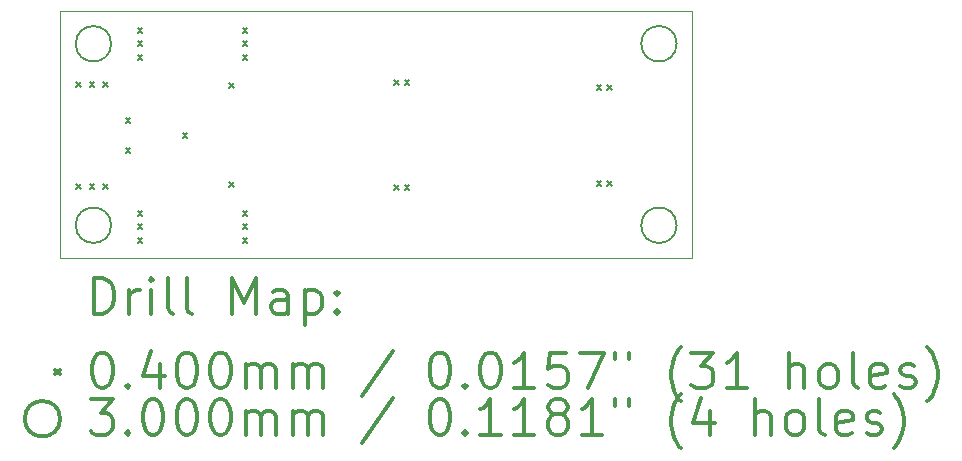
<source format=gbr>
%FSLAX45Y45*%
G04 Gerber Fmt 4.5, Leading zero omitted, Abs format (unit mm)*
G04 Created by KiCad (PCBNEW 5.1.10-88a1d61d58~88~ubuntu18.04.1) date 2021-09-27 18:06:19*
%MOMM*%
%LPD*%
G01*
G04 APERTURE LIST*
%TA.AperFunction,Profile*%
%ADD10C,0.050000*%
%TD*%
%ADD11C,0.200000*%
%ADD12C,0.300000*%
G04 APERTURE END LIST*
D10*
X12674600Y-4838700D02*
X7327900Y-4838700D01*
X12674600Y-6934200D02*
X12674600Y-4838700D01*
X7327900Y-6934200D02*
X12674600Y-6934200D01*
X7327900Y-4838700D02*
X7327900Y-6934200D01*
D11*
X7460300Y-5441000D02*
X7500300Y-5481000D01*
X7500300Y-5441000D02*
X7460300Y-5481000D01*
X7460300Y-6304600D02*
X7500300Y-6344600D01*
X7500300Y-6304600D02*
X7460300Y-6344600D01*
X7574600Y-5441000D02*
X7614600Y-5481000D01*
X7614600Y-5441000D02*
X7574600Y-5481000D01*
X7574600Y-6304600D02*
X7614600Y-6344600D01*
X7614600Y-6304600D02*
X7574600Y-6344600D01*
X7688900Y-5441000D02*
X7728900Y-5481000D01*
X7728900Y-5441000D02*
X7688900Y-5481000D01*
X7688900Y-6304600D02*
X7728900Y-6344600D01*
X7728900Y-6304600D02*
X7688900Y-6344600D01*
X7879400Y-5745800D02*
X7919400Y-5785800D01*
X7919400Y-5745800D02*
X7879400Y-5785800D01*
X7879400Y-5999800D02*
X7919400Y-6039800D01*
X7919400Y-5999800D02*
X7879400Y-6039800D01*
X7981000Y-4983800D02*
X8021000Y-5023800D01*
X8021000Y-4983800D02*
X7981000Y-5023800D01*
X7981000Y-5098100D02*
X8021000Y-5138100D01*
X8021000Y-5098100D02*
X7981000Y-5138100D01*
X7981000Y-5212400D02*
X8021000Y-5252400D01*
X8021000Y-5212400D02*
X7981000Y-5252400D01*
X7981000Y-6533200D02*
X8021000Y-6573200D01*
X8021000Y-6533200D02*
X7981000Y-6573200D01*
X7981000Y-6647500D02*
X8021000Y-6687500D01*
X8021000Y-6647500D02*
X7981000Y-6687500D01*
X7981000Y-6761800D02*
X8021000Y-6801800D01*
X8021000Y-6761800D02*
X7981000Y-6801800D01*
X8362000Y-5872800D02*
X8402000Y-5912800D01*
X8402000Y-5872800D02*
X8362000Y-5912800D01*
X8755700Y-5453700D02*
X8795700Y-5493700D01*
X8795700Y-5453700D02*
X8755700Y-5493700D01*
X8755700Y-6291900D02*
X8795700Y-6331900D01*
X8795700Y-6291900D02*
X8755700Y-6331900D01*
X8870000Y-4983800D02*
X8910000Y-5023800D01*
X8910000Y-4983800D02*
X8870000Y-5023800D01*
X8870000Y-5098100D02*
X8910000Y-5138100D01*
X8910000Y-5098100D02*
X8870000Y-5138100D01*
X8870000Y-5212400D02*
X8910000Y-5252400D01*
X8910000Y-5212400D02*
X8870000Y-5252400D01*
X8870000Y-6533200D02*
X8910000Y-6573200D01*
X8910000Y-6533200D02*
X8870000Y-6573200D01*
X8870000Y-6647500D02*
X8910000Y-6687500D01*
X8910000Y-6647500D02*
X8870000Y-6687500D01*
X8870000Y-6761800D02*
X8910000Y-6801800D01*
X8910000Y-6761800D02*
X8870000Y-6801800D01*
X10152700Y-5428300D02*
X10192700Y-5468300D01*
X10192700Y-5428300D02*
X10152700Y-5468300D01*
X10152700Y-6317300D02*
X10192700Y-6357300D01*
X10192700Y-6317300D02*
X10152700Y-6357300D01*
X10241600Y-5428300D02*
X10281600Y-5468300D01*
X10281600Y-5428300D02*
X10241600Y-5468300D01*
X10241600Y-6317300D02*
X10281600Y-6357300D01*
X10281600Y-6317300D02*
X10241600Y-6357300D01*
X11867200Y-5466400D02*
X11907200Y-5506400D01*
X11907200Y-5466400D02*
X11867200Y-5506400D01*
X11867200Y-6279200D02*
X11907200Y-6319200D01*
X11907200Y-6279200D02*
X11867200Y-6319200D01*
X11956100Y-5466400D02*
X11996100Y-5506400D01*
X11996100Y-5466400D02*
X11956100Y-5506400D01*
X11956100Y-6279200D02*
X11996100Y-6319200D01*
X11996100Y-6279200D02*
X11956100Y-6319200D01*
X7757300Y-5118100D02*
G75*
G03*
X7757300Y-5118100I-150000J0D01*
G01*
X7757300Y-6654800D02*
G75*
G03*
X7757300Y-6654800I-150000J0D01*
G01*
X12545200Y-5118100D02*
G75*
G03*
X12545200Y-5118100I-150000J0D01*
G01*
X12545200Y-6654800D02*
G75*
G03*
X12545200Y-6654800I-150000J0D01*
G01*
D12*
X7611828Y-7402414D02*
X7611828Y-7102414D01*
X7683257Y-7102414D01*
X7726114Y-7116700D01*
X7754686Y-7145271D01*
X7768971Y-7173843D01*
X7783257Y-7230986D01*
X7783257Y-7273843D01*
X7768971Y-7330986D01*
X7754686Y-7359557D01*
X7726114Y-7388129D01*
X7683257Y-7402414D01*
X7611828Y-7402414D01*
X7911828Y-7402414D02*
X7911828Y-7202414D01*
X7911828Y-7259557D02*
X7926114Y-7230986D01*
X7940400Y-7216700D01*
X7968971Y-7202414D01*
X7997543Y-7202414D01*
X8097543Y-7402414D02*
X8097543Y-7202414D01*
X8097543Y-7102414D02*
X8083257Y-7116700D01*
X8097543Y-7130986D01*
X8111828Y-7116700D01*
X8097543Y-7102414D01*
X8097543Y-7130986D01*
X8283257Y-7402414D02*
X8254686Y-7388129D01*
X8240400Y-7359557D01*
X8240400Y-7102414D01*
X8440400Y-7402414D02*
X8411828Y-7388129D01*
X8397543Y-7359557D01*
X8397543Y-7102414D01*
X8783257Y-7402414D02*
X8783257Y-7102414D01*
X8883257Y-7316700D01*
X8983257Y-7102414D01*
X8983257Y-7402414D01*
X9254686Y-7402414D02*
X9254686Y-7245271D01*
X9240400Y-7216700D01*
X9211828Y-7202414D01*
X9154686Y-7202414D01*
X9126114Y-7216700D01*
X9254686Y-7388129D02*
X9226114Y-7402414D01*
X9154686Y-7402414D01*
X9126114Y-7388129D01*
X9111828Y-7359557D01*
X9111828Y-7330986D01*
X9126114Y-7302414D01*
X9154686Y-7288129D01*
X9226114Y-7288129D01*
X9254686Y-7273843D01*
X9397543Y-7202414D02*
X9397543Y-7502414D01*
X9397543Y-7216700D02*
X9426114Y-7202414D01*
X9483257Y-7202414D01*
X9511828Y-7216700D01*
X9526114Y-7230986D01*
X9540400Y-7259557D01*
X9540400Y-7345271D01*
X9526114Y-7373843D01*
X9511828Y-7388129D01*
X9483257Y-7402414D01*
X9426114Y-7402414D01*
X9397543Y-7388129D01*
X9668971Y-7373843D02*
X9683257Y-7388129D01*
X9668971Y-7402414D01*
X9654686Y-7388129D01*
X9668971Y-7373843D01*
X9668971Y-7402414D01*
X9668971Y-7216700D02*
X9683257Y-7230986D01*
X9668971Y-7245271D01*
X9654686Y-7230986D01*
X9668971Y-7216700D01*
X9668971Y-7245271D01*
X7285400Y-7876700D02*
X7325400Y-7916700D01*
X7325400Y-7876700D02*
X7285400Y-7916700D01*
X7668971Y-7732414D02*
X7697543Y-7732414D01*
X7726114Y-7746700D01*
X7740400Y-7760986D01*
X7754686Y-7789557D01*
X7768971Y-7846700D01*
X7768971Y-7918129D01*
X7754686Y-7975271D01*
X7740400Y-8003843D01*
X7726114Y-8018129D01*
X7697543Y-8032414D01*
X7668971Y-8032414D01*
X7640400Y-8018129D01*
X7626114Y-8003843D01*
X7611828Y-7975271D01*
X7597543Y-7918129D01*
X7597543Y-7846700D01*
X7611828Y-7789557D01*
X7626114Y-7760986D01*
X7640400Y-7746700D01*
X7668971Y-7732414D01*
X7897543Y-8003843D02*
X7911828Y-8018129D01*
X7897543Y-8032414D01*
X7883257Y-8018129D01*
X7897543Y-8003843D01*
X7897543Y-8032414D01*
X8168971Y-7832414D02*
X8168971Y-8032414D01*
X8097543Y-7718129D02*
X8026114Y-7932414D01*
X8211828Y-7932414D01*
X8383257Y-7732414D02*
X8411828Y-7732414D01*
X8440400Y-7746700D01*
X8454686Y-7760986D01*
X8468971Y-7789557D01*
X8483257Y-7846700D01*
X8483257Y-7918129D01*
X8468971Y-7975271D01*
X8454686Y-8003843D01*
X8440400Y-8018129D01*
X8411828Y-8032414D01*
X8383257Y-8032414D01*
X8354686Y-8018129D01*
X8340400Y-8003843D01*
X8326114Y-7975271D01*
X8311828Y-7918129D01*
X8311828Y-7846700D01*
X8326114Y-7789557D01*
X8340400Y-7760986D01*
X8354686Y-7746700D01*
X8383257Y-7732414D01*
X8668971Y-7732414D02*
X8697543Y-7732414D01*
X8726114Y-7746700D01*
X8740400Y-7760986D01*
X8754686Y-7789557D01*
X8768971Y-7846700D01*
X8768971Y-7918129D01*
X8754686Y-7975271D01*
X8740400Y-8003843D01*
X8726114Y-8018129D01*
X8697543Y-8032414D01*
X8668971Y-8032414D01*
X8640400Y-8018129D01*
X8626114Y-8003843D01*
X8611828Y-7975271D01*
X8597543Y-7918129D01*
X8597543Y-7846700D01*
X8611828Y-7789557D01*
X8626114Y-7760986D01*
X8640400Y-7746700D01*
X8668971Y-7732414D01*
X8897543Y-8032414D02*
X8897543Y-7832414D01*
X8897543Y-7860986D02*
X8911828Y-7846700D01*
X8940400Y-7832414D01*
X8983257Y-7832414D01*
X9011828Y-7846700D01*
X9026114Y-7875271D01*
X9026114Y-8032414D01*
X9026114Y-7875271D02*
X9040400Y-7846700D01*
X9068971Y-7832414D01*
X9111828Y-7832414D01*
X9140400Y-7846700D01*
X9154686Y-7875271D01*
X9154686Y-8032414D01*
X9297543Y-8032414D02*
X9297543Y-7832414D01*
X9297543Y-7860986D02*
X9311828Y-7846700D01*
X9340400Y-7832414D01*
X9383257Y-7832414D01*
X9411828Y-7846700D01*
X9426114Y-7875271D01*
X9426114Y-8032414D01*
X9426114Y-7875271D02*
X9440400Y-7846700D01*
X9468971Y-7832414D01*
X9511828Y-7832414D01*
X9540400Y-7846700D01*
X9554686Y-7875271D01*
X9554686Y-8032414D01*
X10140400Y-7718129D02*
X9883257Y-8103843D01*
X10526114Y-7732414D02*
X10554686Y-7732414D01*
X10583257Y-7746700D01*
X10597543Y-7760986D01*
X10611828Y-7789557D01*
X10626114Y-7846700D01*
X10626114Y-7918129D01*
X10611828Y-7975271D01*
X10597543Y-8003843D01*
X10583257Y-8018129D01*
X10554686Y-8032414D01*
X10526114Y-8032414D01*
X10497543Y-8018129D01*
X10483257Y-8003843D01*
X10468971Y-7975271D01*
X10454686Y-7918129D01*
X10454686Y-7846700D01*
X10468971Y-7789557D01*
X10483257Y-7760986D01*
X10497543Y-7746700D01*
X10526114Y-7732414D01*
X10754686Y-8003843D02*
X10768971Y-8018129D01*
X10754686Y-8032414D01*
X10740400Y-8018129D01*
X10754686Y-8003843D01*
X10754686Y-8032414D01*
X10954686Y-7732414D02*
X10983257Y-7732414D01*
X11011828Y-7746700D01*
X11026114Y-7760986D01*
X11040400Y-7789557D01*
X11054686Y-7846700D01*
X11054686Y-7918129D01*
X11040400Y-7975271D01*
X11026114Y-8003843D01*
X11011828Y-8018129D01*
X10983257Y-8032414D01*
X10954686Y-8032414D01*
X10926114Y-8018129D01*
X10911828Y-8003843D01*
X10897543Y-7975271D01*
X10883257Y-7918129D01*
X10883257Y-7846700D01*
X10897543Y-7789557D01*
X10911828Y-7760986D01*
X10926114Y-7746700D01*
X10954686Y-7732414D01*
X11340400Y-8032414D02*
X11168971Y-8032414D01*
X11254686Y-8032414D02*
X11254686Y-7732414D01*
X11226114Y-7775271D01*
X11197543Y-7803843D01*
X11168971Y-7818129D01*
X11611828Y-7732414D02*
X11468971Y-7732414D01*
X11454686Y-7875271D01*
X11468971Y-7860986D01*
X11497543Y-7846700D01*
X11568971Y-7846700D01*
X11597543Y-7860986D01*
X11611828Y-7875271D01*
X11626114Y-7903843D01*
X11626114Y-7975271D01*
X11611828Y-8003843D01*
X11597543Y-8018129D01*
X11568971Y-8032414D01*
X11497543Y-8032414D01*
X11468971Y-8018129D01*
X11454686Y-8003843D01*
X11726114Y-7732414D02*
X11926114Y-7732414D01*
X11797543Y-8032414D01*
X12026114Y-7732414D02*
X12026114Y-7789557D01*
X12140400Y-7732414D02*
X12140400Y-7789557D01*
X12583257Y-8146700D02*
X12568971Y-8132414D01*
X12540400Y-8089557D01*
X12526114Y-8060986D01*
X12511828Y-8018129D01*
X12497543Y-7946700D01*
X12497543Y-7889557D01*
X12511828Y-7818129D01*
X12526114Y-7775271D01*
X12540400Y-7746700D01*
X12568971Y-7703843D01*
X12583257Y-7689557D01*
X12668971Y-7732414D02*
X12854686Y-7732414D01*
X12754686Y-7846700D01*
X12797543Y-7846700D01*
X12826114Y-7860986D01*
X12840400Y-7875271D01*
X12854686Y-7903843D01*
X12854686Y-7975271D01*
X12840400Y-8003843D01*
X12826114Y-8018129D01*
X12797543Y-8032414D01*
X12711828Y-8032414D01*
X12683257Y-8018129D01*
X12668971Y-8003843D01*
X13140400Y-8032414D02*
X12968971Y-8032414D01*
X13054686Y-8032414D02*
X13054686Y-7732414D01*
X13026114Y-7775271D01*
X12997543Y-7803843D01*
X12968971Y-7818129D01*
X13497543Y-8032414D02*
X13497543Y-7732414D01*
X13626114Y-8032414D02*
X13626114Y-7875271D01*
X13611828Y-7846700D01*
X13583257Y-7832414D01*
X13540400Y-7832414D01*
X13511828Y-7846700D01*
X13497543Y-7860986D01*
X13811828Y-8032414D02*
X13783257Y-8018129D01*
X13768971Y-8003843D01*
X13754686Y-7975271D01*
X13754686Y-7889557D01*
X13768971Y-7860986D01*
X13783257Y-7846700D01*
X13811828Y-7832414D01*
X13854686Y-7832414D01*
X13883257Y-7846700D01*
X13897543Y-7860986D01*
X13911828Y-7889557D01*
X13911828Y-7975271D01*
X13897543Y-8003843D01*
X13883257Y-8018129D01*
X13854686Y-8032414D01*
X13811828Y-8032414D01*
X14083257Y-8032414D02*
X14054686Y-8018129D01*
X14040400Y-7989557D01*
X14040400Y-7732414D01*
X14311828Y-8018129D02*
X14283257Y-8032414D01*
X14226114Y-8032414D01*
X14197543Y-8018129D01*
X14183257Y-7989557D01*
X14183257Y-7875271D01*
X14197543Y-7846700D01*
X14226114Y-7832414D01*
X14283257Y-7832414D01*
X14311828Y-7846700D01*
X14326114Y-7875271D01*
X14326114Y-7903843D01*
X14183257Y-7932414D01*
X14440400Y-8018129D02*
X14468971Y-8032414D01*
X14526114Y-8032414D01*
X14554686Y-8018129D01*
X14568971Y-7989557D01*
X14568971Y-7975271D01*
X14554686Y-7946700D01*
X14526114Y-7932414D01*
X14483257Y-7932414D01*
X14454686Y-7918129D01*
X14440400Y-7889557D01*
X14440400Y-7875271D01*
X14454686Y-7846700D01*
X14483257Y-7832414D01*
X14526114Y-7832414D01*
X14554686Y-7846700D01*
X14668971Y-8146700D02*
X14683257Y-8132414D01*
X14711828Y-8089557D01*
X14726114Y-8060986D01*
X14740400Y-8018129D01*
X14754686Y-7946700D01*
X14754686Y-7889557D01*
X14740400Y-7818129D01*
X14726114Y-7775271D01*
X14711828Y-7746700D01*
X14683257Y-7703843D01*
X14668971Y-7689557D01*
X7325400Y-8292700D02*
G75*
G03*
X7325400Y-8292700I-150000J0D01*
G01*
X7583257Y-8128414D02*
X7768971Y-8128414D01*
X7668971Y-8242700D01*
X7711828Y-8242700D01*
X7740400Y-8256986D01*
X7754686Y-8271271D01*
X7768971Y-8299843D01*
X7768971Y-8371271D01*
X7754686Y-8399843D01*
X7740400Y-8414129D01*
X7711828Y-8428414D01*
X7626114Y-8428414D01*
X7597543Y-8414129D01*
X7583257Y-8399843D01*
X7897543Y-8399843D02*
X7911828Y-8414129D01*
X7897543Y-8428414D01*
X7883257Y-8414129D01*
X7897543Y-8399843D01*
X7897543Y-8428414D01*
X8097543Y-8128414D02*
X8126114Y-8128414D01*
X8154686Y-8142700D01*
X8168971Y-8156986D01*
X8183257Y-8185557D01*
X8197543Y-8242700D01*
X8197543Y-8314129D01*
X8183257Y-8371271D01*
X8168971Y-8399843D01*
X8154686Y-8414129D01*
X8126114Y-8428414D01*
X8097543Y-8428414D01*
X8068971Y-8414129D01*
X8054686Y-8399843D01*
X8040400Y-8371271D01*
X8026114Y-8314129D01*
X8026114Y-8242700D01*
X8040400Y-8185557D01*
X8054686Y-8156986D01*
X8068971Y-8142700D01*
X8097543Y-8128414D01*
X8383257Y-8128414D02*
X8411828Y-8128414D01*
X8440400Y-8142700D01*
X8454686Y-8156986D01*
X8468971Y-8185557D01*
X8483257Y-8242700D01*
X8483257Y-8314129D01*
X8468971Y-8371271D01*
X8454686Y-8399843D01*
X8440400Y-8414129D01*
X8411828Y-8428414D01*
X8383257Y-8428414D01*
X8354686Y-8414129D01*
X8340400Y-8399843D01*
X8326114Y-8371271D01*
X8311828Y-8314129D01*
X8311828Y-8242700D01*
X8326114Y-8185557D01*
X8340400Y-8156986D01*
X8354686Y-8142700D01*
X8383257Y-8128414D01*
X8668971Y-8128414D02*
X8697543Y-8128414D01*
X8726114Y-8142700D01*
X8740400Y-8156986D01*
X8754686Y-8185557D01*
X8768971Y-8242700D01*
X8768971Y-8314129D01*
X8754686Y-8371271D01*
X8740400Y-8399843D01*
X8726114Y-8414129D01*
X8697543Y-8428414D01*
X8668971Y-8428414D01*
X8640400Y-8414129D01*
X8626114Y-8399843D01*
X8611828Y-8371271D01*
X8597543Y-8314129D01*
X8597543Y-8242700D01*
X8611828Y-8185557D01*
X8626114Y-8156986D01*
X8640400Y-8142700D01*
X8668971Y-8128414D01*
X8897543Y-8428414D02*
X8897543Y-8228414D01*
X8897543Y-8256986D02*
X8911828Y-8242700D01*
X8940400Y-8228414D01*
X8983257Y-8228414D01*
X9011828Y-8242700D01*
X9026114Y-8271271D01*
X9026114Y-8428414D01*
X9026114Y-8271271D02*
X9040400Y-8242700D01*
X9068971Y-8228414D01*
X9111828Y-8228414D01*
X9140400Y-8242700D01*
X9154686Y-8271271D01*
X9154686Y-8428414D01*
X9297543Y-8428414D02*
X9297543Y-8228414D01*
X9297543Y-8256986D02*
X9311828Y-8242700D01*
X9340400Y-8228414D01*
X9383257Y-8228414D01*
X9411828Y-8242700D01*
X9426114Y-8271271D01*
X9426114Y-8428414D01*
X9426114Y-8271271D02*
X9440400Y-8242700D01*
X9468971Y-8228414D01*
X9511828Y-8228414D01*
X9540400Y-8242700D01*
X9554686Y-8271271D01*
X9554686Y-8428414D01*
X10140400Y-8114129D02*
X9883257Y-8499843D01*
X10526114Y-8128414D02*
X10554686Y-8128414D01*
X10583257Y-8142700D01*
X10597543Y-8156986D01*
X10611828Y-8185557D01*
X10626114Y-8242700D01*
X10626114Y-8314129D01*
X10611828Y-8371271D01*
X10597543Y-8399843D01*
X10583257Y-8414129D01*
X10554686Y-8428414D01*
X10526114Y-8428414D01*
X10497543Y-8414129D01*
X10483257Y-8399843D01*
X10468971Y-8371271D01*
X10454686Y-8314129D01*
X10454686Y-8242700D01*
X10468971Y-8185557D01*
X10483257Y-8156986D01*
X10497543Y-8142700D01*
X10526114Y-8128414D01*
X10754686Y-8399843D02*
X10768971Y-8414129D01*
X10754686Y-8428414D01*
X10740400Y-8414129D01*
X10754686Y-8399843D01*
X10754686Y-8428414D01*
X11054686Y-8428414D02*
X10883257Y-8428414D01*
X10968971Y-8428414D02*
X10968971Y-8128414D01*
X10940400Y-8171271D01*
X10911828Y-8199843D01*
X10883257Y-8214129D01*
X11340400Y-8428414D02*
X11168971Y-8428414D01*
X11254686Y-8428414D02*
X11254686Y-8128414D01*
X11226114Y-8171271D01*
X11197543Y-8199843D01*
X11168971Y-8214129D01*
X11511828Y-8256986D02*
X11483257Y-8242700D01*
X11468971Y-8228414D01*
X11454686Y-8199843D01*
X11454686Y-8185557D01*
X11468971Y-8156986D01*
X11483257Y-8142700D01*
X11511828Y-8128414D01*
X11568971Y-8128414D01*
X11597543Y-8142700D01*
X11611828Y-8156986D01*
X11626114Y-8185557D01*
X11626114Y-8199843D01*
X11611828Y-8228414D01*
X11597543Y-8242700D01*
X11568971Y-8256986D01*
X11511828Y-8256986D01*
X11483257Y-8271271D01*
X11468971Y-8285557D01*
X11454686Y-8314129D01*
X11454686Y-8371271D01*
X11468971Y-8399843D01*
X11483257Y-8414129D01*
X11511828Y-8428414D01*
X11568971Y-8428414D01*
X11597543Y-8414129D01*
X11611828Y-8399843D01*
X11626114Y-8371271D01*
X11626114Y-8314129D01*
X11611828Y-8285557D01*
X11597543Y-8271271D01*
X11568971Y-8256986D01*
X11911828Y-8428414D02*
X11740400Y-8428414D01*
X11826114Y-8428414D02*
X11826114Y-8128414D01*
X11797543Y-8171271D01*
X11768971Y-8199843D01*
X11740400Y-8214129D01*
X12026114Y-8128414D02*
X12026114Y-8185557D01*
X12140400Y-8128414D02*
X12140400Y-8185557D01*
X12583257Y-8542700D02*
X12568971Y-8528414D01*
X12540400Y-8485557D01*
X12526114Y-8456986D01*
X12511828Y-8414129D01*
X12497543Y-8342700D01*
X12497543Y-8285557D01*
X12511828Y-8214129D01*
X12526114Y-8171271D01*
X12540400Y-8142700D01*
X12568971Y-8099843D01*
X12583257Y-8085557D01*
X12826114Y-8228414D02*
X12826114Y-8428414D01*
X12754686Y-8114129D02*
X12683257Y-8328414D01*
X12868971Y-8328414D01*
X13211828Y-8428414D02*
X13211828Y-8128414D01*
X13340400Y-8428414D02*
X13340400Y-8271271D01*
X13326114Y-8242700D01*
X13297543Y-8228414D01*
X13254686Y-8228414D01*
X13226114Y-8242700D01*
X13211828Y-8256986D01*
X13526114Y-8428414D02*
X13497543Y-8414129D01*
X13483257Y-8399843D01*
X13468971Y-8371271D01*
X13468971Y-8285557D01*
X13483257Y-8256986D01*
X13497543Y-8242700D01*
X13526114Y-8228414D01*
X13568971Y-8228414D01*
X13597543Y-8242700D01*
X13611828Y-8256986D01*
X13626114Y-8285557D01*
X13626114Y-8371271D01*
X13611828Y-8399843D01*
X13597543Y-8414129D01*
X13568971Y-8428414D01*
X13526114Y-8428414D01*
X13797543Y-8428414D02*
X13768971Y-8414129D01*
X13754686Y-8385557D01*
X13754686Y-8128414D01*
X14026114Y-8414129D02*
X13997543Y-8428414D01*
X13940400Y-8428414D01*
X13911828Y-8414129D01*
X13897543Y-8385557D01*
X13897543Y-8271271D01*
X13911828Y-8242700D01*
X13940400Y-8228414D01*
X13997543Y-8228414D01*
X14026114Y-8242700D01*
X14040400Y-8271271D01*
X14040400Y-8299843D01*
X13897543Y-8328414D01*
X14154686Y-8414129D02*
X14183257Y-8428414D01*
X14240400Y-8428414D01*
X14268971Y-8414129D01*
X14283257Y-8385557D01*
X14283257Y-8371271D01*
X14268971Y-8342700D01*
X14240400Y-8328414D01*
X14197543Y-8328414D01*
X14168971Y-8314129D01*
X14154686Y-8285557D01*
X14154686Y-8271271D01*
X14168971Y-8242700D01*
X14197543Y-8228414D01*
X14240400Y-8228414D01*
X14268971Y-8242700D01*
X14383257Y-8542700D02*
X14397543Y-8528414D01*
X14426114Y-8485557D01*
X14440400Y-8456986D01*
X14454686Y-8414129D01*
X14468971Y-8342700D01*
X14468971Y-8285557D01*
X14454686Y-8214129D01*
X14440400Y-8171271D01*
X14426114Y-8142700D01*
X14397543Y-8099843D01*
X14383257Y-8085557D01*
M02*

</source>
